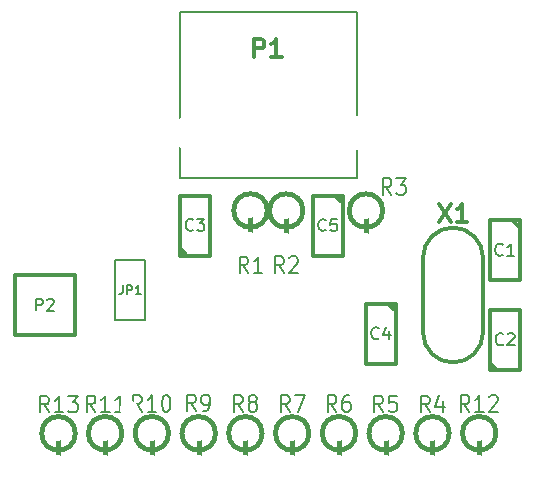
<source format=gbr>
G04 #@! TF.FileFunction,Legend,Top*
%FSLAX46Y46*%
G04 Gerber Fmt 4.6, Leading zero omitted, Abs format (unit mm)*
G04 Created by KiCad (PCBNEW 4.0.7) date 08/25/20 08:50:58*
%MOMM*%
%LPD*%
G01*
G04 APERTURE LIST*
%ADD10C,0.150000*%
%ADD11C,0.127000*%
%ADD12C,0.317500*%
%ADD13C,0.304800*%
%ADD14C,0.381000*%
%ADD15C,0.152400*%
%ADD16C,0.203200*%
%ADD17R,2.000000X5.000000*%
%ADD18C,1.501140*%
%ADD19C,2.999740*%
%ADD20C,1.422400*%
%ADD21C,1.397000*%
%ADD22R,1.524000X1.524000*%
%ADD23C,1.524000*%
%ADD24C,0.254000*%
G04 APERTURE END LIST*
D10*
D11*
X202831700Y-124206000D02*
X202831700Y-110109000D01*
X217817700Y-110109000D02*
X217817700Y-124206000D01*
X202831700Y-124206000D02*
X217817700Y-124206000D01*
X202831700Y-110109000D02*
X217817700Y-110109000D01*
D12*
X228498400Y-137287000D02*
X228498400Y-130937000D01*
X223418400Y-137287000D02*
X223418400Y-130937000D01*
X225958400Y-128397000D02*
G75*
G03X223418400Y-130937000I0J-2540000D01*
G01*
X228498400Y-130937000D02*
G75*
G03X225958400Y-128397000I-2540000J0D01*
G01*
X223418400Y-137287000D02*
G75*
G03X225958400Y-139827000I2540000J0D01*
G01*
X225958400Y-139827000D02*
G75*
G03X228498400Y-137287000I0J2540000D01*
G01*
D13*
X202831700Y-130721100D02*
X202831700Y-125691900D01*
X202831700Y-125691900D02*
X205371700Y-125691900D01*
X205371700Y-125691900D02*
X205371700Y-130771900D01*
X205371700Y-130771900D02*
X202831700Y-130771900D01*
X203466700Y-130771900D02*
X202831700Y-130136900D01*
X231609900Y-127825500D02*
X231609900Y-132854700D01*
X231609900Y-132854700D02*
X229069900Y-132854700D01*
X229069900Y-132854700D02*
X229069900Y-127774700D01*
X229069900Y-127774700D02*
X231609900Y-127774700D01*
X230974900Y-127774700D02*
X231609900Y-128409700D01*
X229082600Y-140411200D02*
X229082600Y-135382000D01*
X229082600Y-135382000D02*
X231622600Y-135382000D01*
X231622600Y-135382000D02*
X231622600Y-140462000D01*
X231622600Y-140462000D02*
X229082600Y-140462000D01*
X229717600Y-140462000D02*
X229082600Y-139827000D01*
X221107000Y-134899400D02*
X221107000Y-139928600D01*
X221107000Y-139928600D02*
X218567000Y-139928600D01*
X218567000Y-139928600D02*
X218567000Y-134848600D01*
X218567000Y-134848600D02*
X221107000Y-134848600D01*
X220472000Y-134848600D02*
X221107000Y-135483600D01*
X216611200Y-125742700D02*
X216611200Y-130771900D01*
X216611200Y-130771900D02*
X214071200Y-130771900D01*
X214071200Y-130771900D02*
X214071200Y-125691900D01*
X214071200Y-125691900D02*
X216611200Y-125691900D01*
X215976200Y-125691900D02*
X216611200Y-126326900D01*
D14*
X208813400Y-126949200D02*
X208813400Y-129489200D01*
X210233303Y-126949200D02*
G75*
G03X210233303Y-126949200I-1419903J0D01*
G01*
X211836000Y-126961900D02*
X211836000Y-129501900D01*
X213255903Y-126961900D02*
G75*
G03X213255903Y-126961900I-1419903J0D01*
G01*
X218592400Y-126961900D02*
X218592400Y-129501900D01*
X220012303Y-126961900D02*
G75*
G03X220012303Y-126961900I-1419903J0D01*
G01*
D13*
X188836300Y-132448300D02*
X193916300Y-132448300D01*
X193916300Y-132448300D02*
X193916300Y-137528300D01*
X193916300Y-137528300D02*
X188836300Y-137528300D01*
X188836300Y-137528300D02*
X188836300Y-132448300D01*
D14*
X224218500Y-145821400D02*
X224218500Y-148361400D01*
X225638403Y-145821400D02*
G75*
G03X225638403Y-145821400I-1419903J0D01*
G01*
X220256100Y-145821400D02*
X220256100Y-148361400D01*
X221676003Y-145821400D02*
G75*
G03X221676003Y-145821400I-1419903J0D01*
G01*
X216306400Y-145808700D02*
X216306400Y-148348700D01*
X217726303Y-145808700D02*
G75*
G03X217726303Y-145808700I-1419903J0D01*
G01*
X212344000Y-145821400D02*
X212344000Y-148361400D01*
X213763903Y-145821400D02*
G75*
G03X213763903Y-145821400I-1419903J0D01*
G01*
X208381600Y-145821400D02*
X208381600Y-148361400D01*
X209801503Y-145821400D02*
G75*
G03X209801503Y-145821400I-1419903J0D01*
G01*
X204431900Y-145821400D02*
X204431900Y-148361400D01*
X205851803Y-145821400D02*
G75*
G03X205851803Y-145821400I-1419903J0D01*
G01*
X200456800Y-145808700D02*
X200456800Y-148348700D01*
X201876703Y-145808700D02*
G75*
G03X201876703Y-145808700I-1419903J0D01*
G01*
X196507100Y-145808700D02*
X196507100Y-148348700D01*
X197927003Y-145808700D02*
G75*
G03X197927003Y-145808700I-1419903J0D01*
G01*
X228180900Y-145808700D02*
X228180900Y-148348700D01*
X229600803Y-145808700D02*
G75*
G03X229600803Y-145808700I-1419903J0D01*
G01*
X192557400Y-145821400D02*
X192557400Y-148361400D01*
X193977303Y-145821400D02*
G75*
G03X193977303Y-145821400I-1419903J0D01*
G01*
D15*
X197358000Y-131178300D02*
X199898000Y-131178300D01*
X199898000Y-131178300D02*
X199898000Y-136258300D01*
X199898000Y-136258300D02*
X197358000Y-136258300D01*
X197358000Y-136258300D02*
X197358000Y-131178300D01*
D13*
X209123643Y-113960729D02*
X209123643Y-112436729D01*
X209704215Y-112436729D01*
X209849357Y-112509300D01*
X209921929Y-112581871D01*
X209994500Y-112727014D01*
X209994500Y-112944729D01*
X209921929Y-113089871D01*
X209849357Y-113162443D01*
X209704215Y-113235014D01*
X209123643Y-113235014D01*
X211445929Y-113960729D02*
X210575072Y-113960729D01*
X211010500Y-113960729D02*
X211010500Y-112436729D01*
X210865357Y-112654443D01*
X210720215Y-112799586D01*
X210575072Y-112872157D01*
X224737385Y-126419429D02*
X225753385Y-127943429D01*
X225753385Y-126419429D02*
X224737385Y-127943429D01*
X227132243Y-127943429D02*
X226261386Y-127943429D01*
X226696814Y-127943429D02*
X226696814Y-126419429D01*
X226551671Y-126637143D01*
X226406529Y-126782286D01*
X226261386Y-126854857D01*
D16*
X203945067Y-128582057D02*
X203896686Y-128630438D01*
X203751543Y-128678819D01*
X203654781Y-128678819D01*
X203509639Y-128630438D01*
X203412877Y-128533676D01*
X203364496Y-128436914D01*
X203316115Y-128243390D01*
X203316115Y-128098248D01*
X203364496Y-127904724D01*
X203412877Y-127807962D01*
X203509639Y-127711200D01*
X203654781Y-127662819D01*
X203751543Y-127662819D01*
X203896686Y-127711200D01*
X203945067Y-127759581D01*
X204283734Y-127662819D02*
X204912686Y-127662819D01*
X204574020Y-128049867D01*
X204719162Y-128049867D01*
X204815924Y-128098248D01*
X204864305Y-128146629D01*
X204912686Y-128243390D01*
X204912686Y-128485295D01*
X204864305Y-128582057D01*
X204815924Y-128630438D01*
X204719162Y-128678819D01*
X204428877Y-128678819D01*
X204332115Y-128630438D01*
X204283734Y-128582057D01*
X230170567Y-130677557D02*
X230122186Y-130725938D01*
X229977043Y-130774319D01*
X229880281Y-130774319D01*
X229735139Y-130725938D01*
X229638377Y-130629176D01*
X229589996Y-130532414D01*
X229541615Y-130338890D01*
X229541615Y-130193748D01*
X229589996Y-130000224D01*
X229638377Y-129903462D01*
X229735139Y-129806700D01*
X229880281Y-129758319D01*
X229977043Y-129758319D01*
X230122186Y-129806700D01*
X230170567Y-129855081D01*
X231138186Y-130774319D02*
X230557615Y-130774319D01*
X230847901Y-130774319D02*
X230847901Y-129758319D01*
X230751139Y-129903462D01*
X230654377Y-130000224D01*
X230557615Y-130048605D01*
X230208667Y-138272157D02*
X230160286Y-138320538D01*
X230015143Y-138368919D01*
X229918381Y-138368919D01*
X229773239Y-138320538D01*
X229676477Y-138223776D01*
X229628096Y-138127014D01*
X229579715Y-137933490D01*
X229579715Y-137788348D01*
X229628096Y-137594824D01*
X229676477Y-137498062D01*
X229773239Y-137401300D01*
X229918381Y-137352919D01*
X230015143Y-137352919D01*
X230160286Y-137401300D01*
X230208667Y-137449681D01*
X230595715Y-137449681D02*
X230644096Y-137401300D01*
X230740858Y-137352919D01*
X230982762Y-137352919D01*
X231079524Y-137401300D01*
X231127905Y-137449681D01*
X231176286Y-137546443D01*
X231176286Y-137643205D01*
X231127905Y-137788348D01*
X230547334Y-138368919D01*
X231176286Y-138368919D01*
X219667667Y-137751457D02*
X219619286Y-137799838D01*
X219474143Y-137848219D01*
X219377381Y-137848219D01*
X219232239Y-137799838D01*
X219135477Y-137703076D01*
X219087096Y-137606314D01*
X219038715Y-137412790D01*
X219038715Y-137267648D01*
X219087096Y-137074124D01*
X219135477Y-136977362D01*
X219232239Y-136880600D01*
X219377381Y-136832219D01*
X219474143Y-136832219D01*
X219619286Y-136880600D01*
X219667667Y-136928981D01*
X220538524Y-137170886D02*
X220538524Y-137848219D01*
X220296620Y-136783838D02*
X220054715Y-137509552D01*
X220683667Y-137509552D01*
X215184567Y-128594757D02*
X215136186Y-128643138D01*
X214991043Y-128691519D01*
X214894281Y-128691519D01*
X214749139Y-128643138D01*
X214652377Y-128546376D01*
X214603996Y-128449614D01*
X214555615Y-128256090D01*
X214555615Y-128110948D01*
X214603996Y-127917424D01*
X214652377Y-127820662D01*
X214749139Y-127723900D01*
X214894281Y-127675519D01*
X214991043Y-127675519D01*
X215136186Y-127723900D01*
X215184567Y-127772281D01*
X216103805Y-127675519D02*
X215619996Y-127675519D01*
X215571615Y-128159329D01*
X215619996Y-128110948D01*
X215716758Y-128062567D01*
X215958662Y-128062567D01*
X216055424Y-128110948D01*
X216103805Y-128159329D01*
X216152186Y-128256090D01*
X216152186Y-128497995D01*
X216103805Y-128594757D01*
X216055424Y-128643138D01*
X215958662Y-128691519D01*
X215716758Y-128691519D01*
X215619996Y-128643138D01*
X215571615Y-128594757D01*
X208614433Y-132254776D02*
X208191100Y-131589538D01*
X207888719Y-132254776D02*
X207888719Y-130857776D01*
X208372528Y-130857776D01*
X208493481Y-130924300D01*
X208553957Y-130990824D01*
X208614433Y-131123871D01*
X208614433Y-131323443D01*
X208553957Y-131456490D01*
X208493481Y-131523014D01*
X208372528Y-131589538D01*
X207888719Y-131589538D01*
X209823957Y-132254776D02*
X209098243Y-132254776D01*
X209461100Y-132254776D02*
X209461100Y-130857776D01*
X209340148Y-131057348D01*
X209219195Y-131190395D01*
X209098243Y-131256919D01*
X211624333Y-132242076D02*
X211201000Y-131576838D01*
X210898619Y-132242076D02*
X210898619Y-130845076D01*
X211382428Y-130845076D01*
X211503381Y-130911600D01*
X211563857Y-130978124D01*
X211624333Y-131111171D01*
X211624333Y-131310743D01*
X211563857Y-131443790D01*
X211503381Y-131510314D01*
X211382428Y-131576838D01*
X210898619Y-131576838D01*
X212108143Y-130978124D02*
X212168619Y-130911600D01*
X212289571Y-130845076D01*
X212591952Y-130845076D01*
X212712905Y-130911600D01*
X212773381Y-130978124D01*
X212833857Y-131111171D01*
X212833857Y-131244219D01*
X212773381Y-131443790D01*
X212047667Y-132242076D01*
X212833857Y-132242076D01*
X220742933Y-125625376D02*
X220319600Y-124960138D01*
X220017219Y-125625376D02*
X220017219Y-124228376D01*
X220501028Y-124228376D01*
X220621981Y-124294900D01*
X220682457Y-124361424D01*
X220742933Y-124494471D01*
X220742933Y-124694043D01*
X220682457Y-124827090D01*
X220621981Y-124893614D01*
X220501028Y-124960138D01*
X220017219Y-124960138D01*
X221166267Y-124228376D02*
X221952457Y-124228376D01*
X221529124Y-124760567D01*
X221710552Y-124760567D01*
X221831505Y-124827090D01*
X221891981Y-124893614D01*
X221952457Y-125026662D01*
X221952457Y-125359281D01*
X221891981Y-125492329D01*
X221831505Y-125558852D01*
X221710552Y-125625376D01*
X221347695Y-125625376D01*
X221226743Y-125558852D01*
X221166267Y-125492329D01*
X190626396Y-135447919D02*
X190626396Y-134431919D01*
X191013443Y-134431919D01*
X191110205Y-134480300D01*
X191158586Y-134528681D01*
X191206967Y-134625443D01*
X191206967Y-134770586D01*
X191158586Y-134867348D01*
X191110205Y-134915729D01*
X191013443Y-134964110D01*
X190626396Y-134964110D01*
X191594015Y-134528681D02*
X191642396Y-134480300D01*
X191739158Y-134431919D01*
X191981062Y-134431919D01*
X192077824Y-134480300D01*
X192126205Y-134528681D01*
X192174586Y-134625443D01*
X192174586Y-134722205D01*
X192126205Y-134867348D01*
X191545634Y-135447919D01*
X192174586Y-135447919D01*
X223994133Y-144040376D02*
X223570800Y-143375138D01*
X223268419Y-144040376D02*
X223268419Y-142643376D01*
X223752228Y-142643376D01*
X223873181Y-142709900D01*
X223933657Y-142776424D01*
X223994133Y-142909471D01*
X223994133Y-143109043D01*
X223933657Y-143242090D01*
X223873181Y-143308614D01*
X223752228Y-143375138D01*
X223268419Y-143375138D01*
X225082705Y-143109043D02*
X225082705Y-144040376D01*
X224780324Y-142576852D02*
X224477943Y-143574710D01*
X225264133Y-143574710D01*
X220031733Y-144014976D02*
X219608400Y-143349738D01*
X219306019Y-144014976D02*
X219306019Y-142617976D01*
X219789828Y-142617976D01*
X219910781Y-142684500D01*
X219971257Y-142751024D01*
X220031733Y-142884071D01*
X220031733Y-143083643D01*
X219971257Y-143216690D01*
X219910781Y-143283214D01*
X219789828Y-143349738D01*
X219306019Y-143349738D01*
X221180781Y-142617976D02*
X220576019Y-142617976D01*
X220515543Y-143283214D01*
X220576019Y-143216690D01*
X220696971Y-143150167D01*
X220999352Y-143150167D01*
X221120305Y-143216690D01*
X221180781Y-143283214D01*
X221241257Y-143416262D01*
X221241257Y-143748881D01*
X221180781Y-143881929D01*
X221120305Y-143948452D01*
X220999352Y-144014976D01*
X220696971Y-144014976D01*
X220576019Y-143948452D01*
X220515543Y-143881929D01*
X216094733Y-143989576D02*
X215671400Y-143324338D01*
X215369019Y-143989576D02*
X215369019Y-142592576D01*
X215852828Y-142592576D01*
X215973781Y-142659100D01*
X216034257Y-142725624D01*
X216094733Y-142858671D01*
X216094733Y-143058243D01*
X216034257Y-143191290D01*
X215973781Y-143257814D01*
X215852828Y-143324338D01*
X215369019Y-143324338D01*
X217183305Y-142592576D02*
X216941400Y-142592576D01*
X216820448Y-142659100D01*
X216759971Y-142725624D01*
X216639019Y-142925195D01*
X216578543Y-143191290D01*
X216578543Y-143723481D01*
X216639019Y-143856529D01*
X216699495Y-143923052D01*
X216820448Y-143989576D01*
X217062352Y-143989576D01*
X217183305Y-143923052D01*
X217243781Y-143856529D01*
X217304257Y-143723481D01*
X217304257Y-143390862D01*
X217243781Y-143257814D01*
X217183305Y-143191290D01*
X217062352Y-143124767D01*
X216820448Y-143124767D01*
X216699495Y-143191290D01*
X216639019Y-143257814D01*
X216578543Y-143390862D01*
X212119633Y-144002276D02*
X211696300Y-143337038D01*
X211393919Y-144002276D02*
X211393919Y-142605276D01*
X211877728Y-142605276D01*
X211998681Y-142671800D01*
X212059157Y-142738324D01*
X212119633Y-142871371D01*
X212119633Y-143070943D01*
X212059157Y-143203990D01*
X211998681Y-143270514D01*
X211877728Y-143337038D01*
X211393919Y-143337038D01*
X212542967Y-142605276D02*
X213389633Y-142605276D01*
X212845348Y-144002276D01*
X208169933Y-143989576D02*
X207746600Y-143324338D01*
X207444219Y-143989576D02*
X207444219Y-142592576D01*
X207928028Y-142592576D01*
X208048981Y-142659100D01*
X208109457Y-142725624D01*
X208169933Y-142858671D01*
X208169933Y-143058243D01*
X208109457Y-143191290D01*
X208048981Y-143257814D01*
X207928028Y-143324338D01*
X207444219Y-143324338D01*
X208895648Y-143191290D02*
X208774695Y-143124767D01*
X208714219Y-143058243D01*
X208653743Y-142925195D01*
X208653743Y-142858671D01*
X208714219Y-142725624D01*
X208774695Y-142659100D01*
X208895648Y-142592576D01*
X209137552Y-142592576D01*
X209258505Y-142659100D01*
X209318981Y-142725624D01*
X209379457Y-142858671D01*
X209379457Y-142925195D01*
X209318981Y-143058243D01*
X209258505Y-143124767D01*
X209137552Y-143191290D01*
X208895648Y-143191290D01*
X208774695Y-143257814D01*
X208714219Y-143324338D01*
X208653743Y-143457386D01*
X208653743Y-143723481D01*
X208714219Y-143856529D01*
X208774695Y-143923052D01*
X208895648Y-143989576D01*
X209137552Y-143989576D01*
X209258505Y-143923052D01*
X209318981Y-143856529D01*
X209379457Y-143723481D01*
X209379457Y-143457386D01*
X209318981Y-143324338D01*
X209258505Y-143257814D01*
X209137552Y-143191290D01*
X204182133Y-143938776D02*
X203758800Y-143273538D01*
X203456419Y-143938776D02*
X203456419Y-142541776D01*
X203940228Y-142541776D01*
X204061181Y-142608300D01*
X204121657Y-142674824D01*
X204182133Y-142807871D01*
X204182133Y-143007443D01*
X204121657Y-143140490D01*
X204061181Y-143207014D01*
X203940228Y-143273538D01*
X203456419Y-143273538D01*
X204786895Y-143938776D02*
X205028800Y-143938776D01*
X205149752Y-143872252D01*
X205210228Y-143805729D01*
X205331181Y-143606157D01*
X205391657Y-143340062D01*
X205391657Y-142807871D01*
X205331181Y-142674824D01*
X205270705Y-142608300D01*
X205149752Y-142541776D01*
X204907848Y-142541776D01*
X204786895Y-142608300D01*
X204726419Y-142674824D01*
X204665943Y-142807871D01*
X204665943Y-143140490D01*
X204726419Y-143273538D01*
X204786895Y-143340062D01*
X204907848Y-143406586D01*
X205149752Y-143406586D01*
X205270705Y-143340062D01*
X205331181Y-143273538D01*
X205391657Y-143140490D01*
X199614971Y-143989576D02*
X199191638Y-143324338D01*
X198889257Y-143989576D02*
X198889257Y-142592576D01*
X199373066Y-142592576D01*
X199494019Y-142659100D01*
X199554495Y-142725624D01*
X199614971Y-142858671D01*
X199614971Y-143058243D01*
X199554495Y-143191290D01*
X199494019Y-143257814D01*
X199373066Y-143324338D01*
X198889257Y-143324338D01*
X200824495Y-143989576D02*
X200098781Y-143989576D01*
X200461638Y-143989576D02*
X200461638Y-142592576D01*
X200340686Y-142792148D01*
X200219733Y-142925195D01*
X200098781Y-142991719D01*
X201610686Y-142592576D02*
X201731638Y-142592576D01*
X201852590Y-142659100D01*
X201913067Y-142725624D01*
X201973543Y-142858671D01*
X202034019Y-143124767D01*
X202034019Y-143457386D01*
X201973543Y-143723481D01*
X201913067Y-143856529D01*
X201852590Y-143923052D01*
X201731638Y-143989576D01*
X201610686Y-143989576D01*
X201489733Y-143923052D01*
X201429257Y-143856529D01*
X201368781Y-143723481D01*
X201308305Y-143457386D01*
X201308305Y-143124767D01*
X201368781Y-142858671D01*
X201429257Y-142725624D01*
X201489733Y-142659100D01*
X201610686Y-142592576D01*
X195677971Y-144014976D02*
X195254638Y-143349738D01*
X194952257Y-144014976D02*
X194952257Y-142617976D01*
X195436066Y-142617976D01*
X195557019Y-142684500D01*
X195617495Y-142751024D01*
X195677971Y-142884071D01*
X195677971Y-143083643D01*
X195617495Y-143216690D01*
X195557019Y-143283214D01*
X195436066Y-143349738D01*
X194952257Y-143349738D01*
X196887495Y-144014976D02*
X196161781Y-144014976D01*
X196524638Y-144014976D02*
X196524638Y-142617976D01*
X196403686Y-142817548D01*
X196282733Y-142950595D01*
X196161781Y-143017119D01*
X198097019Y-144014976D02*
X197371305Y-144014976D01*
X197734162Y-144014976D02*
X197734162Y-142617976D01*
X197613210Y-142817548D01*
X197492257Y-142950595D01*
X197371305Y-143017119D01*
X227351771Y-143989576D02*
X226928438Y-143324338D01*
X226626057Y-143989576D02*
X226626057Y-142592576D01*
X227109866Y-142592576D01*
X227230819Y-142659100D01*
X227291295Y-142725624D01*
X227351771Y-142858671D01*
X227351771Y-143058243D01*
X227291295Y-143191290D01*
X227230819Y-143257814D01*
X227109866Y-143324338D01*
X226626057Y-143324338D01*
X228561295Y-143989576D02*
X227835581Y-143989576D01*
X228198438Y-143989576D02*
X228198438Y-142592576D01*
X228077486Y-142792148D01*
X227956533Y-142925195D01*
X227835581Y-142991719D01*
X229045105Y-142725624D02*
X229105581Y-142659100D01*
X229226533Y-142592576D01*
X229528914Y-142592576D01*
X229649867Y-142659100D01*
X229710343Y-142725624D01*
X229770819Y-142858671D01*
X229770819Y-142991719D01*
X229710343Y-143191290D01*
X228984629Y-143989576D01*
X229770819Y-143989576D01*
X191753671Y-144040376D02*
X191330338Y-143375138D01*
X191027957Y-144040376D02*
X191027957Y-142643376D01*
X191511766Y-142643376D01*
X191632719Y-142709900D01*
X191693195Y-142776424D01*
X191753671Y-142909471D01*
X191753671Y-143109043D01*
X191693195Y-143242090D01*
X191632719Y-143308614D01*
X191511766Y-143375138D01*
X191027957Y-143375138D01*
X192963195Y-144040376D02*
X192237481Y-144040376D01*
X192600338Y-144040376D02*
X192600338Y-142643376D01*
X192479386Y-142842948D01*
X192358433Y-142975995D01*
X192237481Y-143042519D01*
X193386529Y-142643376D02*
X194172719Y-142643376D01*
X193749386Y-143175567D01*
X193930814Y-143175567D01*
X194051767Y-143242090D01*
X194112243Y-143308614D01*
X194172719Y-143441662D01*
X194172719Y-143774281D01*
X194112243Y-143907329D01*
X194051767Y-143973852D01*
X193930814Y-144040376D01*
X193567957Y-144040376D01*
X193447005Y-143973852D01*
X193386529Y-143907329D01*
D15*
X197993001Y-133301014D02*
X197993001Y-133845300D01*
X197956715Y-133954157D01*
X197884144Y-134026729D01*
X197775287Y-134063014D01*
X197702715Y-134063014D01*
X198355858Y-134063014D02*
X198355858Y-133301014D01*
X198646143Y-133301014D01*
X198718715Y-133337300D01*
X198755000Y-133373586D01*
X198791286Y-133446157D01*
X198791286Y-133555014D01*
X198755000Y-133627586D01*
X198718715Y-133663871D01*
X198646143Y-133700157D01*
X198355858Y-133700157D01*
X199517000Y-134063014D02*
X199081572Y-134063014D01*
X199299286Y-134063014D02*
X199299286Y-133301014D01*
X199226715Y-133409871D01*
X199154143Y-133482443D01*
X199081572Y-133518729D01*
%LPC*%
D17*
X232141600Y-152161100D03*
X228181600Y-152161100D03*
X224221600Y-152161100D03*
X220261600Y-152161100D03*
X216301600Y-152161100D03*
X212341600Y-152161100D03*
X208381600Y-152161100D03*
X204421600Y-152161100D03*
X200461600Y-152161100D03*
X196501600Y-152161100D03*
X192541600Y-152161100D03*
X188581600Y-152161100D03*
D18*
X206768700Y-123063000D03*
X209308700Y-123063000D03*
X211340700Y-123063000D03*
X213880700Y-123063000D03*
D19*
X203720700Y-120396000D03*
X217436700Y-120396000D03*
D20*
X225958400Y-136652000D03*
X225958400Y-131572000D03*
D21*
X204101700Y-129501900D03*
X204101700Y-126961900D03*
X230339900Y-129044700D03*
X230339900Y-131584700D03*
X230352600Y-139192000D03*
X230352600Y-136652000D03*
X219837000Y-136118600D03*
X219837000Y-138658600D03*
X215341200Y-126961900D03*
X215341200Y-129501900D03*
X208813400Y-126949200D03*
X208813400Y-129489200D03*
X211836000Y-126961900D03*
X211836000Y-129501900D03*
X218592400Y-126961900D03*
X218592400Y-129501900D03*
D22*
X190106300Y-136258300D03*
D23*
X190106300Y-133718300D03*
X192646300Y-136258300D03*
X192646300Y-133718300D03*
D21*
X224218500Y-145821400D03*
X224218500Y-148361400D03*
X220256100Y-145821400D03*
X220256100Y-148361400D03*
X216306400Y-145808700D03*
X216306400Y-148348700D03*
X212344000Y-145821400D03*
X212344000Y-148361400D03*
X208381600Y-145821400D03*
X208381600Y-148361400D03*
X204431900Y-145821400D03*
X204431900Y-148361400D03*
X200456800Y-145808700D03*
X200456800Y-148348700D03*
X196507100Y-145808700D03*
X196507100Y-148348700D03*
X228180900Y-145808700D03*
X228180900Y-148348700D03*
X192557400Y-145821400D03*
X192557400Y-148361400D03*
D22*
X198628000Y-132448300D03*
D23*
X198628000Y-134988300D03*
X198539100Y-143776700D03*
X196481700Y-141719300D03*
X201841100Y-134975600D03*
X215455500Y-131737100D03*
D24*
G36*
X233476800Y-155879800D02*
X231013000Y-155879800D01*
X231013000Y-149783800D01*
X233476800Y-149783800D01*
X233476800Y-155879800D01*
X233476800Y-155879800D01*
G37*
X233476800Y-155879800D02*
X231013000Y-155879800D01*
X231013000Y-149783800D01*
X233476800Y-149783800D01*
X233476800Y-155879800D01*
G36*
X189712600Y-155879800D02*
X187210700Y-155879800D01*
X187210700Y-149783800D01*
X189712600Y-149783800D01*
X189712600Y-155879800D01*
X189712600Y-155879800D01*
G37*
X189712600Y-155879800D02*
X187210700Y-155879800D01*
X187210700Y-149783800D01*
X189712600Y-149783800D01*
X189712600Y-155879800D01*
M02*

</source>
